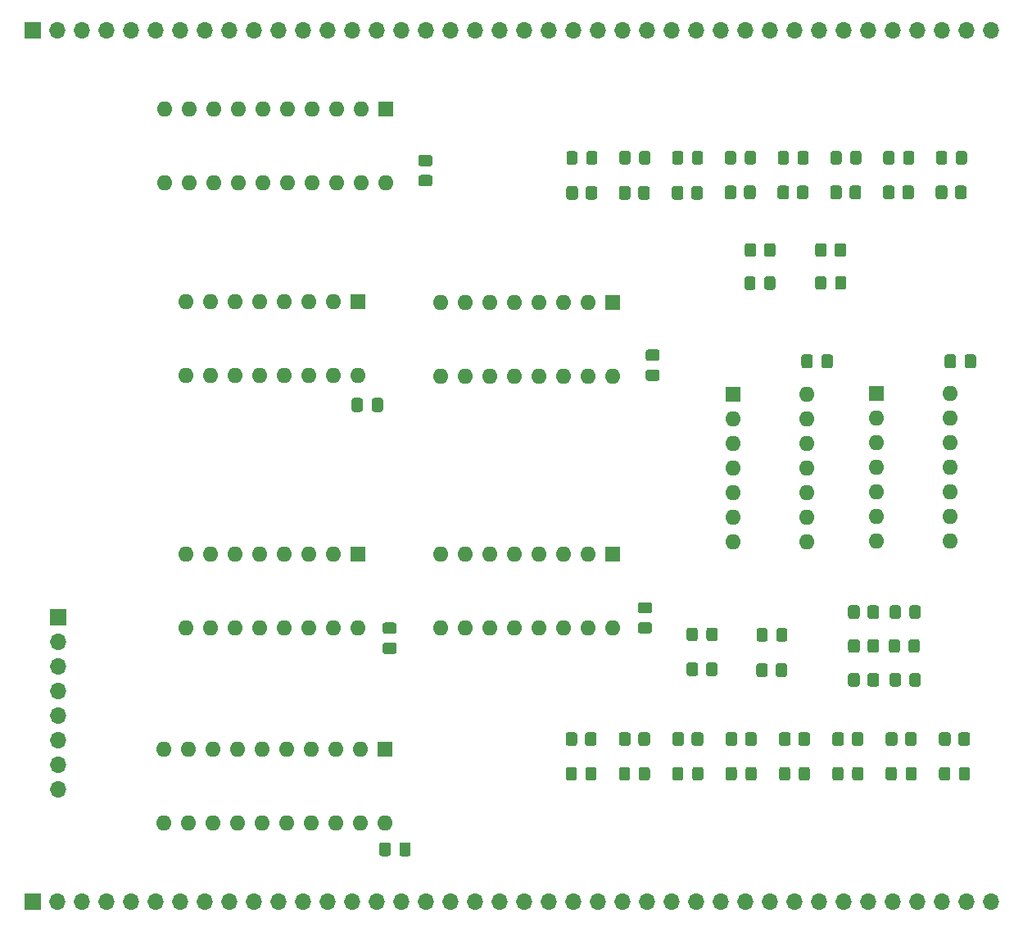
<source format=gts>
G04 #@! TF.GenerationSoftware,KiCad,Pcbnew,(5.1.9)-1*
G04 #@! TF.CreationDate,2022-01-17T22:46:32-05:00*
G04 #@! TF.ProjectId,pc-sp,70632d73-702e-46b6-9963-61645f706362,1.1*
G04 #@! TF.SameCoordinates,Original*
G04 #@! TF.FileFunction,Soldermask,Top*
G04 #@! TF.FilePolarity,Negative*
%FSLAX46Y46*%
G04 Gerber Fmt 4.6, Leading zero omitted, Abs format (unit mm)*
G04 Created by KiCad (PCBNEW (5.1.9)-1) date 2022-01-17 22:46:32*
%MOMM*%
%LPD*%
G01*
G04 APERTURE LIST*
%ADD10O,1.600000X1.600000*%
%ADD11R,1.600000X1.600000*%
%ADD12O,1.700000X1.700000*%
%ADD13R,1.700000X1.700000*%
G04 APERTURE END LIST*
G36*
G01*
X172700000Y-106550001D02*
X172700000Y-105649999D01*
G75*
G02*
X172949999Y-105400000I249999J0D01*
G01*
X173650001Y-105400000D01*
G75*
G02*
X173900000Y-105649999I0J-249999D01*
G01*
X173900000Y-106550001D01*
G75*
G02*
X173650001Y-106800000I-249999J0D01*
G01*
X172949999Y-106800000D01*
G75*
G02*
X172700000Y-106550001I0J249999D01*
G01*
G37*
G36*
G01*
X170700000Y-106550001D02*
X170700000Y-105649999D01*
G75*
G02*
X170949999Y-105400000I249999J0D01*
G01*
X171650001Y-105400000D01*
G75*
G02*
X171900000Y-105649999I0J-249999D01*
G01*
X171900000Y-106550001D01*
G75*
G02*
X171650001Y-106800000I-249999J0D01*
G01*
X170949999Y-106800000D01*
G75*
G02*
X170700000Y-106550001I0J249999D01*
G01*
G37*
G36*
G01*
X172700000Y-110050001D02*
X172700000Y-109149999D01*
G75*
G02*
X172949999Y-108900000I249999J0D01*
G01*
X173650001Y-108900000D01*
G75*
G02*
X173900000Y-109149999I0J-249999D01*
G01*
X173900000Y-110050001D01*
G75*
G02*
X173650001Y-110300000I-249999J0D01*
G01*
X172949999Y-110300000D01*
G75*
G02*
X172700000Y-110050001I0J249999D01*
G01*
G37*
G36*
G01*
X170700000Y-110050001D02*
X170700000Y-109149999D01*
G75*
G02*
X170949999Y-108900000I249999J0D01*
G01*
X171650001Y-108900000D01*
G75*
G02*
X171900000Y-109149999I0J-249999D01*
G01*
X171900000Y-110050001D01*
G75*
G02*
X171650001Y-110300000I-249999J0D01*
G01*
X170949999Y-110300000D01*
G75*
G02*
X170700000Y-110050001I0J249999D01*
G01*
G37*
G36*
G01*
X172700000Y-113550001D02*
X172700000Y-112649999D01*
G75*
G02*
X172949999Y-112400000I249999J0D01*
G01*
X173650001Y-112400000D01*
G75*
G02*
X173900000Y-112649999I0J-249999D01*
G01*
X173900000Y-113550001D01*
G75*
G02*
X173650001Y-113800000I-249999J0D01*
G01*
X172949999Y-113800000D01*
G75*
G02*
X172700000Y-113550001I0J249999D01*
G01*
G37*
G36*
G01*
X170700000Y-113550001D02*
X170700000Y-112649999D01*
G75*
G02*
X170949999Y-112400000I249999J0D01*
G01*
X171650001Y-112400000D01*
G75*
G02*
X171900000Y-112649999I0J-249999D01*
G01*
X171900000Y-113550001D01*
G75*
G02*
X171650001Y-113800000I-249999J0D01*
G01*
X170949999Y-113800000D01*
G75*
G02*
X170700000Y-113550001I0J249999D01*
G01*
G37*
G36*
G01*
X176150000Y-105649999D02*
X176150000Y-106550001D01*
G75*
G02*
X175900001Y-106800000I-249999J0D01*
G01*
X175249999Y-106800000D01*
G75*
G02*
X175000000Y-106550001I0J249999D01*
G01*
X175000000Y-105649999D01*
G75*
G02*
X175249999Y-105400000I249999J0D01*
G01*
X175900001Y-105400000D01*
G75*
G02*
X176150000Y-105649999I0J-249999D01*
G01*
G37*
G36*
G01*
X178200000Y-105649999D02*
X178200000Y-106550001D01*
G75*
G02*
X177950001Y-106800000I-249999J0D01*
G01*
X177299999Y-106800000D01*
G75*
G02*
X177050000Y-106550001I0J249999D01*
G01*
X177050000Y-105649999D01*
G75*
G02*
X177299999Y-105400000I249999J0D01*
G01*
X177950001Y-105400000D01*
G75*
G02*
X178200000Y-105649999I0J-249999D01*
G01*
G37*
G36*
G01*
X176050000Y-109149999D02*
X176050000Y-110050001D01*
G75*
G02*
X175800001Y-110300000I-249999J0D01*
G01*
X175149999Y-110300000D01*
G75*
G02*
X174900000Y-110050001I0J249999D01*
G01*
X174900000Y-109149999D01*
G75*
G02*
X175149999Y-108900000I249999J0D01*
G01*
X175800001Y-108900000D01*
G75*
G02*
X176050000Y-109149999I0J-249999D01*
G01*
G37*
G36*
G01*
X178100000Y-109149999D02*
X178100000Y-110050001D01*
G75*
G02*
X177850001Y-110300000I-249999J0D01*
G01*
X177199999Y-110300000D01*
G75*
G02*
X176950000Y-110050001I0J249999D01*
G01*
X176950000Y-109149999D01*
G75*
G02*
X177199999Y-108900000I249999J0D01*
G01*
X177850001Y-108900000D01*
G75*
G02*
X178100000Y-109149999I0J-249999D01*
G01*
G37*
G36*
G01*
X176150000Y-112649999D02*
X176150000Y-113550001D01*
G75*
G02*
X175900001Y-113800000I-249999J0D01*
G01*
X175249999Y-113800000D01*
G75*
G02*
X175000000Y-113550001I0J249999D01*
G01*
X175000000Y-112649999D01*
G75*
G02*
X175249999Y-112400000I249999J0D01*
G01*
X175900001Y-112400000D01*
G75*
G02*
X176150000Y-112649999I0J-249999D01*
G01*
G37*
G36*
G01*
X178200000Y-112649999D02*
X178200000Y-113550001D01*
G75*
G02*
X177950001Y-113800000I-249999J0D01*
G01*
X177299999Y-113800000D01*
G75*
G02*
X177050000Y-113550001I0J249999D01*
G01*
X177050000Y-112649999D01*
G75*
G02*
X177299999Y-112400000I249999J0D01*
G01*
X177950001Y-112400000D01*
G75*
G02*
X178200000Y-112649999I0J-249999D01*
G01*
G37*
D10*
X120000000Y-81620000D03*
X102220000Y-74000000D03*
X117460000Y-81620000D03*
X104760000Y-74000000D03*
X114920000Y-81620000D03*
X107300000Y-74000000D03*
X112380000Y-81620000D03*
X109840000Y-74000000D03*
X109840000Y-81620000D03*
X112380000Y-74000000D03*
X107300000Y-81620000D03*
X114920000Y-74000000D03*
X104760000Y-81620000D03*
X117460000Y-74000000D03*
X102220000Y-81620000D03*
D11*
X120000000Y-74000000D03*
D10*
X146400000Y-81710000D03*
X128620000Y-74090000D03*
X143860000Y-81710000D03*
X131160000Y-74090000D03*
X141320000Y-81710000D03*
X133700000Y-74090000D03*
X138780000Y-81710000D03*
X136240000Y-74090000D03*
X136240000Y-81710000D03*
X138780000Y-74090000D03*
X133700000Y-81710000D03*
X141320000Y-74090000D03*
X131160000Y-81710000D03*
X143860000Y-74090000D03*
X128620000Y-81710000D03*
D11*
X146400000Y-74090000D03*
D12*
X89000000Y-124380000D03*
X89000000Y-121840000D03*
X89000000Y-119300000D03*
X89000000Y-116760000D03*
X89000000Y-114220000D03*
X89000000Y-111680000D03*
X89000000Y-109140000D03*
D13*
X89000000Y-106600000D03*
D10*
X166420000Y-83600000D03*
X158800000Y-98840000D03*
X166420000Y-86140000D03*
X158800000Y-96300000D03*
X166420000Y-88680000D03*
X158800000Y-93760000D03*
X166420000Y-91220000D03*
X158800000Y-91220000D03*
X166420000Y-93760000D03*
X158800000Y-88680000D03*
X166420000Y-96300000D03*
X158800000Y-86140000D03*
X166420000Y-98840000D03*
D11*
X158800000Y-83600000D03*
D10*
X122860000Y-127870000D03*
X100000000Y-120250000D03*
X120320000Y-127870000D03*
X102540000Y-120250000D03*
X117780000Y-127870000D03*
X105080000Y-120250000D03*
X115240000Y-127870000D03*
X107620000Y-120250000D03*
X112700000Y-127870000D03*
X110160000Y-120250000D03*
X110160000Y-127870000D03*
X112700000Y-120250000D03*
X107620000Y-127870000D03*
X115240000Y-120250000D03*
X105080000Y-127870000D03*
X117780000Y-120250000D03*
X102540000Y-127870000D03*
X120320000Y-120250000D03*
X100000000Y-127870000D03*
D11*
X122860000Y-120250000D03*
D10*
X181210000Y-83520000D03*
X173590000Y-98760000D03*
X181210000Y-86060000D03*
X173590000Y-96220000D03*
X181210000Y-88600000D03*
X173590000Y-93680000D03*
X181210000Y-91140000D03*
X173590000Y-91140000D03*
X181210000Y-93680000D03*
X173590000Y-88600000D03*
X181210000Y-96220000D03*
X173590000Y-86060000D03*
X181210000Y-98760000D03*
D11*
X173590000Y-83520000D03*
D10*
X120000000Y-107750000D03*
X102220000Y-100130000D03*
X117460000Y-107750000D03*
X104760000Y-100130000D03*
X114920000Y-107750000D03*
X107300000Y-100130000D03*
X112380000Y-107750000D03*
X109840000Y-100130000D03*
X109840000Y-107750000D03*
X112380000Y-100130000D03*
X107300000Y-107750000D03*
X114920000Y-100130000D03*
X104760000Y-107750000D03*
X117460000Y-100130000D03*
X102220000Y-107750000D03*
D11*
X120000000Y-100130000D03*
D10*
X146400000Y-107740000D03*
X128620000Y-100120000D03*
X143860000Y-107740000D03*
X131160000Y-100120000D03*
X141320000Y-107740000D03*
X133700000Y-100120000D03*
X138780000Y-107740000D03*
X136240000Y-100120000D03*
X136240000Y-107740000D03*
X138780000Y-100120000D03*
X133700000Y-107740000D03*
X141320000Y-100120000D03*
X131160000Y-107740000D03*
X143860000Y-100120000D03*
X128620000Y-107740000D03*
D11*
X146400000Y-100120000D03*
G36*
G01*
X181850000Y-79725000D02*
X181850000Y-80675000D01*
G75*
G02*
X181600000Y-80925000I-250000J0D01*
G01*
X180925000Y-80925000D01*
G75*
G02*
X180675000Y-80675000I0J250000D01*
G01*
X180675000Y-79725000D01*
G75*
G02*
X180925000Y-79475000I250000J0D01*
G01*
X181600000Y-79475000D01*
G75*
G02*
X181850000Y-79725000I0J-250000D01*
G01*
G37*
G36*
G01*
X183925000Y-79725000D02*
X183925000Y-80675000D01*
G75*
G02*
X183675000Y-80925000I-250000J0D01*
G01*
X183000000Y-80925000D01*
G75*
G02*
X182750000Y-80675000I0J250000D01*
G01*
X182750000Y-79725000D01*
G75*
G02*
X183000000Y-79475000I250000J0D01*
G01*
X183675000Y-79475000D01*
G75*
G02*
X183925000Y-79725000I0J-250000D01*
G01*
G37*
D10*
X122900000Y-61720000D03*
X100040000Y-54100000D03*
X120360000Y-61720000D03*
X102580000Y-54100000D03*
X117820000Y-61720000D03*
X105120000Y-54100000D03*
X115280000Y-61720000D03*
X107660000Y-54100000D03*
X112740000Y-61720000D03*
X110200000Y-54100000D03*
X110200000Y-61720000D03*
X112740000Y-54100000D03*
X107660000Y-61720000D03*
X115280000Y-54100000D03*
X105120000Y-61720000D03*
X117820000Y-54100000D03*
X102580000Y-61720000D03*
X120360000Y-54100000D03*
X100040000Y-61720000D03*
D11*
X122900000Y-54100000D03*
G36*
G01*
X156000000Y-112450001D02*
X156000000Y-111549999D01*
G75*
G02*
X156249999Y-111300000I249999J0D01*
G01*
X156950001Y-111300000D01*
G75*
G02*
X157200000Y-111549999I0J-249999D01*
G01*
X157200000Y-112450001D01*
G75*
G02*
X156950001Y-112700000I-249999J0D01*
G01*
X156249999Y-112700000D01*
G75*
G02*
X156000000Y-112450001I0J249999D01*
G01*
G37*
G36*
G01*
X154000000Y-112450001D02*
X154000000Y-111549999D01*
G75*
G02*
X154249999Y-111300000I249999J0D01*
G01*
X154950001Y-111300000D01*
G75*
G02*
X155200000Y-111549999I0J-249999D01*
G01*
X155200000Y-112450001D01*
G75*
G02*
X154950001Y-112700000I-249999J0D01*
G01*
X154249999Y-112700000D01*
G75*
G02*
X154000000Y-112450001I0J249999D01*
G01*
G37*
G36*
G01*
X163200000Y-112550001D02*
X163200000Y-111649999D01*
G75*
G02*
X163449999Y-111400000I249999J0D01*
G01*
X164150001Y-111400000D01*
G75*
G02*
X164400000Y-111649999I0J-249999D01*
G01*
X164400000Y-112550001D01*
G75*
G02*
X164150001Y-112800000I-249999J0D01*
G01*
X163449999Y-112800000D01*
G75*
G02*
X163200000Y-112550001I0J249999D01*
G01*
G37*
G36*
G01*
X161200000Y-112550001D02*
X161200000Y-111649999D01*
G75*
G02*
X161449999Y-111400000I249999J0D01*
G01*
X162150001Y-111400000D01*
G75*
G02*
X162400000Y-111649999I0J-249999D01*
G01*
X162400000Y-112550001D01*
G75*
G02*
X162150001Y-112800000I-249999J0D01*
G01*
X161449999Y-112800000D01*
G75*
G02*
X161200000Y-112550001I0J249999D01*
G01*
G37*
G36*
G01*
X169300000Y-69150001D02*
X169300000Y-68249999D01*
G75*
G02*
X169549999Y-68000000I249999J0D01*
G01*
X170250001Y-68000000D01*
G75*
G02*
X170500000Y-68249999I0J-249999D01*
G01*
X170500000Y-69150001D01*
G75*
G02*
X170250001Y-69400000I-249999J0D01*
G01*
X169549999Y-69400000D01*
G75*
G02*
X169300000Y-69150001I0J249999D01*
G01*
G37*
G36*
G01*
X167300000Y-69150001D02*
X167300000Y-68249999D01*
G75*
G02*
X167549999Y-68000000I249999J0D01*
G01*
X168250001Y-68000000D01*
G75*
G02*
X168500000Y-68249999I0J-249999D01*
G01*
X168500000Y-69150001D01*
G75*
G02*
X168250001Y-69400000I-249999J0D01*
G01*
X167549999Y-69400000D01*
G75*
G02*
X167300000Y-69150001I0J249999D01*
G01*
G37*
G36*
G01*
X143570000Y-63250001D02*
X143570000Y-62349999D01*
G75*
G02*
X143819999Y-62100000I249999J0D01*
G01*
X144520001Y-62100000D01*
G75*
G02*
X144770000Y-62349999I0J-249999D01*
G01*
X144770000Y-63250001D01*
G75*
G02*
X144520001Y-63500000I-249999J0D01*
G01*
X143819999Y-63500000D01*
G75*
G02*
X143570000Y-63250001I0J249999D01*
G01*
G37*
G36*
G01*
X141570000Y-63250001D02*
X141570000Y-62349999D01*
G75*
G02*
X141819999Y-62100000I249999J0D01*
G01*
X142520001Y-62100000D01*
G75*
G02*
X142770000Y-62349999I0J-249999D01*
G01*
X142770000Y-63250001D01*
G75*
G02*
X142520001Y-63500000I-249999J0D01*
G01*
X141819999Y-63500000D01*
G75*
G02*
X141570000Y-63250001I0J249999D01*
G01*
G37*
G36*
G01*
X149000000Y-63250001D02*
X149000000Y-62349999D01*
G75*
G02*
X149249999Y-62100000I249999J0D01*
G01*
X149950001Y-62100000D01*
G75*
G02*
X150200000Y-62349999I0J-249999D01*
G01*
X150200000Y-63250001D01*
G75*
G02*
X149950001Y-63500000I-249999J0D01*
G01*
X149249999Y-63500000D01*
G75*
G02*
X149000000Y-63250001I0J249999D01*
G01*
G37*
G36*
G01*
X147000000Y-63250001D02*
X147000000Y-62349999D01*
G75*
G02*
X147249999Y-62100000I249999J0D01*
G01*
X147950001Y-62100000D01*
G75*
G02*
X148200000Y-62349999I0J-249999D01*
G01*
X148200000Y-63250001D01*
G75*
G02*
X147950001Y-63500000I-249999J0D01*
G01*
X147249999Y-63500000D01*
G75*
G02*
X147000000Y-63250001I0J249999D01*
G01*
G37*
G36*
G01*
X154481428Y-63250001D02*
X154481428Y-62349999D01*
G75*
G02*
X154731427Y-62100000I249999J0D01*
G01*
X155431429Y-62100000D01*
G75*
G02*
X155681428Y-62349999I0J-249999D01*
G01*
X155681428Y-63250001D01*
G75*
G02*
X155431429Y-63500000I-249999J0D01*
G01*
X154731427Y-63500000D01*
G75*
G02*
X154481428Y-63250001I0J249999D01*
G01*
G37*
G36*
G01*
X152481428Y-63250001D02*
X152481428Y-62349999D01*
G75*
G02*
X152731427Y-62100000I249999J0D01*
G01*
X153431429Y-62100000D01*
G75*
G02*
X153681428Y-62349999I0J-249999D01*
G01*
X153681428Y-63250001D01*
G75*
G02*
X153431429Y-63500000I-249999J0D01*
G01*
X152731427Y-63500000D01*
G75*
G02*
X152481428Y-63250001I0J249999D01*
G01*
G37*
G36*
G01*
X159937142Y-63200001D02*
X159937142Y-62299999D01*
G75*
G02*
X160187141Y-62050000I249999J0D01*
G01*
X160887143Y-62050000D01*
G75*
G02*
X161137142Y-62299999I0J-249999D01*
G01*
X161137142Y-63200001D01*
G75*
G02*
X160887143Y-63450000I-249999J0D01*
G01*
X160187141Y-63450000D01*
G75*
G02*
X159937142Y-63200001I0J249999D01*
G01*
G37*
G36*
G01*
X157937142Y-63200001D02*
X157937142Y-62299999D01*
G75*
G02*
X158187141Y-62050000I249999J0D01*
G01*
X158887143Y-62050000D01*
G75*
G02*
X159137142Y-62299999I0J-249999D01*
G01*
X159137142Y-63200001D01*
G75*
G02*
X158887143Y-63450000I-249999J0D01*
G01*
X158187141Y-63450000D01*
G75*
G02*
X157937142Y-63200001I0J249999D01*
G01*
G37*
G36*
G01*
X165392856Y-63200001D02*
X165392856Y-62299999D01*
G75*
G02*
X165642855Y-62050000I249999J0D01*
G01*
X166342857Y-62050000D01*
G75*
G02*
X166592856Y-62299999I0J-249999D01*
G01*
X166592856Y-63200001D01*
G75*
G02*
X166342857Y-63450000I-249999J0D01*
G01*
X165642855Y-63450000D01*
G75*
G02*
X165392856Y-63200001I0J249999D01*
G01*
G37*
G36*
G01*
X163392856Y-63200001D02*
X163392856Y-62299999D01*
G75*
G02*
X163642855Y-62050000I249999J0D01*
G01*
X164342857Y-62050000D01*
G75*
G02*
X164592856Y-62299999I0J-249999D01*
G01*
X164592856Y-63200001D01*
G75*
G02*
X164342857Y-63450000I-249999J0D01*
G01*
X163642855Y-63450000D01*
G75*
G02*
X163392856Y-63200001I0J249999D01*
G01*
G37*
G36*
G01*
X170848570Y-63200001D02*
X170848570Y-62299999D01*
G75*
G02*
X171098569Y-62050000I249999J0D01*
G01*
X171798571Y-62050000D01*
G75*
G02*
X172048570Y-62299999I0J-249999D01*
G01*
X172048570Y-63200001D01*
G75*
G02*
X171798571Y-63450000I-249999J0D01*
G01*
X171098569Y-63450000D01*
G75*
G02*
X170848570Y-63200001I0J249999D01*
G01*
G37*
G36*
G01*
X168848570Y-63200001D02*
X168848570Y-62299999D01*
G75*
G02*
X169098569Y-62050000I249999J0D01*
G01*
X169798571Y-62050000D01*
G75*
G02*
X170048570Y-62299999I0J-249999D01*
G01*
X170048570Y-63200001D01*
G75*
G02*
X169798571Y-63450000I-249999J0D01*
G01*
X169098569Y-63450000D01*
G75*
G02*
X168848570Y-63200001I0J249999D01*
G01*
G37*
G36*
G01*
X176304284Y-63200001D02*
X176304284Y-62299999D01*
G75*
G02*
X176554283Y-62050000I249999J0D01*
G01*
X177254285Y-62050000D01*
G75*
G02*
X177504284Y-62299999I0J-249999D01*
G01*
X177504284Y-63200001D01*
G75*
G02*
X177254285Y-63450000I-249999J0D01*
G01*
X176554283Y-63450000D01*
G75*
G02*
X176304284Y-63200001I0J249999D01*
G01*
G37*
G36*
G01*
X174304284Y-63200001D02*
X174304284Y-62299999D01*
G75*
G02*
X174554283Y-62050000I249999J0D01*
G01*
X175254285Y-62050000D01*
G75*
G02*
X175504284Y-62299999I0J-249999D01*
G01*
X175504284Y-63200001D01*
G75*
G02*
X175254285Y-63450000I-249999J0D01*
G01*
X174554283Y-63450000D01*
G75*
G02*
X174304284Y-63200001I0J249999D01*
G01*
G37*
G36*
G01*
X181760000Y-63200001D02*
X181760000Y-62299999D01*
G75*
G02*
X182009999Y-62050000I249999J0D01*
G01*
X182710001Y-62050000D01*
G75*
G02*
X182960000Y-62299999I0J-249999D01*
G01*
X182960000Y-63200001D01*
G75*
G02*
X182710001Y-63450000I-249999J0D01*
G01*
X182009999Y-63450000D01*
G75*
G02*
X181760000Y-63200001I0J249999D01*
G01*
G37*
G36*
G01*
X179760000Y-63200001D02*
X179760000Y-62299999D01*
G75*
G02*
X180009999Y-62050000I249999J0D01*
G01*
X180710001Y-62050000D01*
G75*
G02*
X180960000Y-62299999I0J-249999D01*
G01*
X180960000Y-63200001D01*
G75*
G02*
X180710001Y-63450000I-249999J0D01*
G01*
X180009999Y-63450000D01*
G75*
G02*
X179760000Y-63200001I0J249999D01*
G01*
G37*
G36*
G01*
X156055000Y-108850001D02*
X156055000Y-107949999D01*
G75*
G02*
X156304999Y-107700000I249999J0D01*
G01*
X156955001Y-107700000D01*
G75*
G02*
X157205000Y-107949999I0J-249999D01*
G01*
X157205000Y-108850001D01*
G75*
G02*
X156955001Y-109100000I-249999J0D01*
G01*
X156304999Y-109100000D01*
G75*
G02*
X156055000Y-108850001I0J249999D01*
G01*
G37*
G36*
G01*
X154005000Y-108850001D02*
X154005000Y-107949999D01*
G75*
G02*
X154254999Y-107700000I249999J0D01*
G01*
X154905001Y-107700000D01*
G75*
G02*
X155155000Y-107949999I0J-249999D01*
G01*
X155155000Y-108850001D01*
G75*
G02*
X154905001Y-109100000I-249999J0D01*
G01*
X154254999Y-109100000D01*
G75*
G02*
X154005000Y-108850001I0J249999D01*
G01*
G37*
G36*
G01*
X163280000Y-108910001D02*
X163280000Y-108009999D01*
G75*
G02*
X163529999Y-107760000I249999J0D01*
G01*
X164180001Y-107760000D01*
G75*
G02*
X164430000Y-108009999I0J-249999D01*
G01*
X164430000Y-108910001D01*
G75*
G02*
X164180001Y-109160000I-249999J0D01*
G01*
X163529999Y-109160000D01*
G75*
G02*
X163280000Y-108910001I0J249999D01*
G01*
G37*
G36*
G01*
X161230000Y-108910001D02*
X161230000Y-108009999D01*
G75*
G02*
X161479999Y-107760000I249999J0D01*
G01*
X162130001Y-107760000D01*
G75*
G02*
X162380000Y-108009999I0J-249999D01*
G01*
X162380000Y-108910001D01*
G75*
G02*
X162130001Y-109160000I-249999J0D01*
G01*
X161479999Y-109160000D01*
G75*
G02*
X161230000Y-108910001I0J249999D01*
G01*
G37*
G36*
G01*
X169350000Y-72550001D02*
X169350000Y-71649999D01*
G75*
G02*
X169599999Y-71400000I249999J0D01*
G01*
X170250001Y-71400000D01*
G75*
G02*
X170500000Y-71649999I0J-249999D01*
G01*
X170500000Y-72550001D01*
G75*
G02*
X170250001Y-72800000I-249999J0D01*
G01*
X169599999Y-72800000D01*
G75*
G02*
X169350000Y-72550001I0J249999D01*
G01*
G37*
G36*
G01*
X167300000Y-72550001D02*
X167300000Y-71649999D01*
G75*
G02*
X167549999Y-71400000I249999J0D01*
G01*
X168200001Y-71400000D01*
G75*
G02*
X168450000Y-71649999I0J-249999D01*
G01*
X168450000Y-72550001D01*
G75*
G02*
X168200001Y-72800000I-249999J0D01*
G01*
X167549999Y-72800000D01*
G75*
G02*
X167300000Y-72550001I0J249999D01*
G01*
G37*
G36*
G01*
X143630000Y-59640001D02*
X143630000Y-58739999D01*
G75*
G02*
X143879999Y-58490000I249999J0D01*
G01*
X144530001Y-58490000D01*
G75*
G02*
X144780000Y-58739999I0J-249999D01*
G01*
X144780000Y-59640001D01*
G75*
G02*
X144530001Y-59890000I-249999J0D01*
G01*
X143879999Y-59890000D01*
G75*
G02*
X143630000Y-59640001I0J249999D01*
G01*
G37*
G36*
G01*
X141580000Y-59640001D02*
X141580000Y-58739999D01*
G75*
G02*
X141829999Y-58490000I249999J0D01*
G01*
X142480001Y-58490000D01*
G75*
G02*
X142730000Y-58739999I0J-249999D01*
G01*
X142730000Y-59640001D01*
G75*
G02*
X142480001Y-59890000I-249999J0D01*
G01*
X141829999Y-59890000D01*
G75*
G02*
X141580000Y-59640001I0J249999D01*
G01*
G37*
G36*
G01*
X149105714Y-59620001D02*
X149105714Y-58719999D01*
G75*
G02*
X149355713Y-58470000I249999J0D01*
G01*
X150005715Y-58470000D01*
G75*
G02*
X150255714Y-58719999I0J-249999D01*
G01*
X150255714Y-59620001D01*
G75*
G02*
X150005715Y-59870000I-249999J0D01*
G01*
X149355713Y-59870000D01*
G75*
G02*
X149105714Y-59620001I0J249999D01*
G01*
G37*
G36*
G01*
X147055714Y-59620001D02*
X147055714Y-58719999D01*
G75*
G02*
X147305713Y-58470000I249999J0D01*
G01*
X147955715Y-58470000D01*
G75*
G02*
X148205714Y-58719999I0J-249999D01*
G01*
X148205714Y-59620001D01*
G75*
G02*
X147955715Y-59870000I-249999J0D01*
G01*
X147305713Y-59870000D01*
G75*
G02*
X147055714Y-59620001I0J249999D01*
G01*
G37*
G36*
G01*
X154561428Y-59620001D02*
X154561428Y-58719999D01*
G75*
G02*
X154811427Y-58470000I249999J0D01*
G01*
X155461429Y-58470000D01*
G75*
G02*
X155711428Y-58719999I0J-249999D01*
G01*
X155711428Y-59620001D01*
G75*
G02*
X155461429Y-59870000I-249999J0D01*
G01*
X154811427Y-59870000D01*
G75*
G02*
X154561428Y-59620001I0J249999D01*
G01*
G37*
G36*
G01*
X152511428Y-59620001D02*
X152511428Y-58719999D01*
G75*
G02*
X152761427Y-58470000I249999J0D01*
G01*
X153411429Y-58470000D01*
G75*
G02*
X153661428Y-58719999I0J-249999D01*
G01*
X153661428Y-59620001D01*
G75*
G02*
X153411429Y-59870000I-249999J0D01*
G01*
X152761427Y-59870000D01*
G75*
G02*
X152511428Y-59620001I0J249999D01*
G01*
G37*
G36*
G01*
X160017142Y-59620001D02*
X160017142Y-58719999D01*
G75*
G02*
X160267141Y-58470000I249999J0D01*
G01*
X160917143Y-58470000D01*
G75*
G02*
X161167142Y-58719999I0J-249999D01*
G01*
X161167142Y-59620001D01*
G75*
G02*
X160917143Y-59870000I-249999J0D01*
G01*
X160267141Y-59870000D01*
G75*
G02*
X160017142Y-59620001I0J249999D01*
G01*
G37*
G36*
G01*
X157967142Y-59620001D02*
X157967142Y-58719999D01*
G75*
G02*
X158217141Y-58470000I249999J0D01*
G01*
X158867143Y-58470000D01*
G75*
G02*
X159117142Y-58719999I0J-249999D01*
G01*
X159117142Y-59620001D01*
G75*
G02*
X158867143Y-59870000I-249999J0D01*
G01*
X158217141Y-59870000D01*
G75*
G02*
X157967142Y-59620001I0J249999D01*
G01*
G37*
G36*
G01*
X165472856Y-59620001D02*
X165472856Y-58719999D01*
G75*
G02*
X165722855Y-58470000I249999J0D01*
G01*
X166372857Y-58470000D01*
G75*
G02*
X166622856Y-58719999I0J-249999D01*
G01*
X166622856Y-59620001D01*
G75*
G02*
X166372857Y-59870000I-249999J0D01*
G01*
X165722855Y-59870000D01*
G75*
G02*
X165472856Y-59620001I0J249999D01*
G01*
G37*
G36*
G01*
X163422856Y-59620001D02*
X163422856Y-58719999D01*
G75*
G02*
X163672855Y-58470000I249999J0D01*
G01*
X164322857Y-58470000D01*
G75*
G02*
X164572856Y-58719999I0J-249999D01*
G01*
X164572856Y-59620001D01*
G75*
G02*
X164322857Y-59870000I-249999J0D01*
G01*
X163672855Y-59870000D01*
G75*
G02*
X163422856Y-59620001I0J249999D01*
G01*
G37*
G36*
G01*
X170928570Y-59620001D02*
X170928570Y-58719999D01*
G75*
G02*
X171178569Y-58470000I249999J0D01*
G01*
X171828571Y-58470000D01*
G75*
G02*
X172078570Y-58719999I0J-249999D01*
G01*
X172078570Y-59620001D01*
G75*
G02*
X171828571Y-59870000I-249999J0D01*
G01*
X171178569Y-59870000D01*
G75*
G02*
X170928570Y-59620001I0J249999D01*
G01*
G37*
G36*
G01*
X168878570Y-59620001D02*
X168878570Y-58719999D01*
G75*
G02*
X169128569Y-58470000I249999J0D01*
G01*
X169778571Y-58470000D01*
G75*
G02*
X170028570Y-58719999I0J-249999D01*
G01*
X170028570Y-59620001D01*
G75*
G02*
X169778571Y-59870000I-249999J0D01*
G01*
X169128569Y-59870000D01*
G75*
G02*
X168878570Y-59620001I0J249999D01*
G01*
G37*
G36*
G01*
X176384284Y-59620001D02*
X176384284Y-58719999D01*
G75*
G02*
X176634283Y-58470000I249999J0D01*
G01*
X177284285Y-58470000D01*
G75*
G02*
X177534284Y-58719999I0J-249999D01*
G01*
X177534284Y-59620001D01*
G75*
G02*
X177284285Y-59870000I-249999J0D01*
G01*
X176634283Y-59870000D01*
G75*
G02*
X176384284Y-59620001I0J249999D01*
G01*
G37*
G36*
G01*
X174334284Y-59620001D02*
X174334284Y-58719999D01*
G75*
G02*
X174584283Y-58470000I249999J0D01*
G01*
X175234285Y-58470000D01*
G75*
G02*
X175484284Y-58719999I0J-249999D01*
G01*
X175484284Y-59620001D01*
G75*
G02*
X175234285Y-59870000I-249999J0D01*
G01*
X174584283Y-59870000D01*
G75*
G02*
X174334284Y-59620001I0J249999D01*
G01*
G37*
G36*
G01*
X181840000Y-59620001D02*
X181840000Y-58719999D01*
G75*
G02*
X182089999Y-58470000I249999J0D01*
G01*
X182740001Y-58470000D01*
G75*
G02*
X182990000Y-58719999I0J-249999D01*
G01*
X182990000Y-59620001D01*
G75*
G02*
X182740001Y-59870000I-249999J0D01*
G01*
X182089999Y-59870000D01*
G75*
G02*
X181840000Y-59620001I0J249999D01*
G01*
G37*
G36*
G01*
X179790000Y-59620001D02*
X179790000Y-58719999D01*
G75*
G02*
X180039999Y-58470000I249999J0D01*
G01*
X180690001Y-58470000D01*
G75*
G02*
X180940000Y-58719999I0J-249999D01*
G01*
X180940000Y-59620001D01*
G75*
G02*
X180690001Y-59870000I-249999J0D01*
G01*
X180039999Y-59870000D01*
G75*
G02*
X179790000Y-59620001I0J249999D01*
G01*
G37*
G36*
G01*
X167050000Y-79725000D02*
X167050000Y-80675000D01*
G75*
G02*
X166800000Y-80925000I-250000J0D01*
G01*
X166125000Y-80925000D01*
G75*
G02*
X165875000Y-80675000I0J250000D01*
G01*
X165875000Y-79725000D01*
G75*
G02*
X166125000Y-79475000I250000J0D01*
G01*
X166800000Y-79475000D01*
G75*
G02*
X167050000Y-79725000I0J-250000D01*
G01*
G37*
G36*
G01*
X169125000Y-79725000D02*
X169125000Y-80675000D01*
G75*
G02*
X168875000Y-80925000I-250000J0D01*
G01*
X168200000Y-80925000D01*
G75*
G02*
X167950000Y-80675000I0J250000D01*
G01*
X167950000Y-79725000D01*
G75*
G02*
X168200000Y-79475000I250000J0D01*
G01*
X168875000Y-79475000D01*
G75*
G02*
X169125000Y-79725000I0J-250000D01*
G01*
G37*
G36*
G01*
X123775000Y-108350000D02*
X122825000Y-108350000D01*
G75*
G02*
X122575000Y-108100000I0J250000D01*
G01*
X122575000Y-107425000D01*
G75*
G02*
X122825000Y-107175000I250000J0D01*
G01*
X123775000Y-107175000D01*
G75*
G02*
X124025000Y-107425000I0J-250000D01*
G01*
X124025000Y-108100000D01*
G75*
G02*
X123775000Y-108350000I-250000J0D01*
G01*
G37*
G36*
G01*
X123775000Y-110425000D02*
X122825000Y-110425000D01*
G75*
G02*
X122575000Y-110175000I0J250000D01*
G01*
X122575000Y-109500000D01*
G75*
G02*
X122825000Y-109250000I250000J0D01*
G01*
X123775000Y-109250000D01*
G75*
G02*
X124025000Y-109500000I0J-250000D01*
G01*
X124025000Y-110175000D01*
G75*
G02*
X123775000Y-110425000I-250000J0D01*
G01*
G37*
G36*
G01*
X123412500Y-130125000D02*
X123412500Y-131075000D01*
G75*
G02*
X123162500Y-131325000I-250000J0D01*
G01*
X122487500Y-131325000D01*
G75*
G02*
X122237500Y-131075000I0J250000D01*
G01*
X122237500Y-130125000D01*
G75*
G02*
X122487500Y-129875000I250000J0D01*
G01*
X123162500Y-129875000D01*
G75*
G02*
X123412500Y-130125000I0J-250000D01*
G01*
G37*
G36*
G01*
X125487500Y-130125000D02*
X125487500Y-131075000D01*
G75*
G02*
X125237500Y-131325000I-250000J0D01*
G01*
X124562500Y-131325000D01*
G75*
G02*
X124312500Y-131075000I0J250000D01*
G01*
X124312500Y-130125000D01*
G75*
G02*
X124562500Y-129875000I250000J0D01*
G01*
X125237500Y-129875000D01*
G75*
G02*
X125487500Y-130125000I0J-250000D01*
G01*
G37*
G36*
G01*
X120550000Y-84225000D02*
X120550000Y-85175000D01*
G75*
G02*
X120300000Y-85425000I-250000J0D01*
G01*
X119625000Y-85425000D01*
G75*
G02*
X119375000Y-85175000I0J250000D01*
G01*
X119375000Y-84225000D01*
G75*
G02*
X119625000Y-83975000I250000J0D01*
G01*
X120300000Y-83975000D01*
G75*
G02*
X120550000Y-84225000I0J-250000D01*
G01*
G37*
G36*
G01*
X122625000Y-84225000D02*
X122625000Y-85175000D01*
G75*
G02*
X122375000Y-85425000I-250000J0D01*
G01*
X121700000Y-85425000D01*
G75*
G02*
X121450000Y-85175000I0J250000D01*
G01*
X121450000Y-84225000D01*
G75*
G02*
X121700000Y-83975000I250000J0D01*
G01*
X122375000Y-83975000D01*
G75*
G02*
X122625000Y-84225000I0J-250000D01*
G01*
G37*
G36*
G01*
X150025000Y-81050000D02*
X150975000Y-81050000D01*
G75*
G02*
X151225000Y-81300000I0J-250000D01*
G01*
X151225000Y-81975000D01*
G75*
G02*
X150975000Y-82225000I-250000J0D01*
G01*
X150025000Y-82225000D01*
G75*
G02*
X149775000Y-81975000I0J250000D01*
G01*
X149775000Y-81300000D01*
G75*
G02*
X150025000Y-81050000I250000J0D01*
G01*
G37*
G36*
G01*
X150025000Y-78975000D02*
X150975000Y-78975000D01*
G75*
G02*
X151225000Y-79225000I0J-250000D01*
G01*
X151225000Y-79900000D01*
G75*
G02*
X150975000Y-80150000I-250000J0D01*
G01*
X150025000Y-80150000D01*
G75*
G02*
X149775000Y-79900000I0J250000D01*
G01*
X149775000Y-79225000D01*
G75*
G02*
X150025000Y-78975000I250000J0D01*
G01*
G37*
G36*
G01*
X126525000Y-60950000D02*
X127475000Y-60950000D01*
G75*
G02*
X127725000Y-61200000I0J-250000D01*
G01*
X127725000Y-61875000D01*
G75*
G02*
X127475000Y-62125000I-250000J0D01*
G01*
X126525000Y-62125000D01*
G75*
G02*
X126275000Y-61875000I0J250000D01*
G01*
X126275000Y-61200000D01*
G75*
G02*
X126525000Y-60950000I250000J0D01*
G01*
G37*
G36*
G01*
X126525000Y-58875000D02*
X127475000Y-58875000D01*
G75*
G02*
X127725000Y-59125000I0J-250000D01*
G01*
X127725000Y-59800000D01*
G75*
G02*
X127475000Y-60050000I-250000J0D01*
G01*
X126525000Y-60050000D01*
G75*
G02*
X126275000Y-59800000I0J250000D01*
G01*
X126275000Y-59125000D01*
G75*
G02*
X126525000Y-58875000I250000J0D01*
G01*
G37*
G36*
G01*
X149225000Y-107150000D02*
X150175000Y-107150000D01*
G75*
G02*
X150425000Y-107400000I0J-250000D01*
G01*
X150425000Y-108075000D01*
G75*
G02*
X150175000Y-108325000I-250000J0D01*
G01*
X149225000Y-108325000D01*
G75*
G02*
X148975000Y-108075000I0J250000D01*
G01*
X148975000Y-107400000D01*
G75*
G02*
X149225000Y-107150000I250000J0D01*
G01*
G37*
G36*
G01*
X149225000Y-105075000D02*
X150175000Y-105075000D01*
G75*
G02*
X150425000Y-105325000I0J-250000D01*
G01*
X150425000Y-106000000D01*
G75*
G02*
X150175000Y-106250000I-250000J0D01*
G01*
X149225000Y-106250000D01*
G75*
G02*
X148975000Y-106000000I0J250000D01*
G01*
X148975000Y-105325000D01*
G75*
G02*
X149225000Y-105075000I250000J0D01*
G01*
G37*
G36*
G01*
X162000000Y-69150001D02*
X162000000Y-68249999D01*
G75*
G02*
X162249999Y-68000000I249999J0D01*
G01*
X162950001Y-68000000D01*
G75*
G02*
X163200000Y-68249999I0J-249999D01*
G01*
X163200000Y-69150001D01*
G75*
G02*
X162950001Y-69400000I-249999J0D01*
G01*
X162249999Y-69400000D01*
G75*
G02*
X162000000Y-69150001I0J249999D01*
G01*
G37*
G36*
G01*
X160000000Y-69150001D02*
X160000000Y-68249999D01*
G75*
G02*
X160249999Y-68000000I249999J0D01*
G01*
X160950001Y-68000000D01*
G75*
G02*
X161200000Y-68249999I0J-249999D01*
G01*
X161200000Y-69150001D01*
G75*
G02*
X160950001Y-69400000I-249999J0D01*
G01*
X160249999Y-69400000D01*
G75*
G02*
X160000000Y-69150001I0J249999D01*
G01*
G37*
G36*
G01*
X162030000Y-72570001D02*
X162030000Y-71669999D01*
G75*
G02*
X162279999Y-71420000I249999J0D01*
G01*
X162930001Y-71420000D01*
G75*
G02*
X163180000Y-71669999I0J-249999D01*
G01*
X163180000Y-72570001D01*
G75*
G02*
X162930001Y-72820000I-249999J0D01*
G01*
X162279999Y-72820000D01*
G75*
G02*
X162030000Y-72570001I0J249999D01*
G01*
G37*
G36*
G01*
X159980000Y-72570001D02*
X159980000Y-71669999D01*
G75*
G02*
X160229999Y-71420000I249999J0D01*
G01*
X160880001Y-71420000D01*
G75*
G02*
X161130000Y-71669999I0J-249999D01*
G01*
X161130000Y-72570001D01*
G75*
G02*
X160880001Y-72820000I-249999J0D01*
G01*
X160229999Y-72820000D01*
G75*
G02*
X159980000Y-72570001I0J249999D01*
G01*
G37*
G36*
G01*
X143500000Y-119660001D02*
X143500000Y-118759999D01*
G75*
G02*
X143749999Y-118510000I249999J0D01*
G01*
X144450001Y-118510000D01*
G75*
G02*
X144700000Y-118759999I0J-249999D01*
G01*
X144700000Y-119660001D01*
G75*
G02*
X144450001Y-119910000I-249999J0D01*
G01*
X143749999Y-119910000D01*
G75*
G02*
X143500000Y-119660001I0J249999D01*
G01*
G37*
G36*
G01*
X141500000Y-119660001D02*
X141500000Y-118759999D01*
G75*
G02*
X141749999Y-118510000I249999J0D01*
G01*
X142450001Y-118510000D01*
G75*
G02*
X142700000Y-118759999I0J-249999D01*
G01*
X142700000Y-119660001D01*
G75*
G02*
X142450001Y-119910000I-249999J0D01*
G01*
X141749999Y-119910000D01*
G75*
G02*
X141500000Y-119660001I0J249999D01*
G01*
G37*
G36*
G01*
X149014285Y-119660001D02*
X149014285Y-118759999D01*
G75*
G02*
X149264284Y-118510000I249999J0D01*
G01*
X149964286Y-118510000D01*
G75*
G02*
X150214285Y-118759999I0J-249999D01*
G01*
X150214285Y-119660001D01*
G75*
G02*
X149964286Y-119910000I-249999J0D01*
G01*
X149264284Y-119910000D01*
G75*
G02*
X149014285Y-119660001I0J249999D01*
G01*
G37*
G36*
G01*
X147014285Y-119660001D02*
X147014285Y-118759999D01*
G75*
G02*
X147264284Y-118510000I249999J0D01*
G01*
X147964286Y-118510000D01*
G75*
G02*
X148214285Y-118759999I0J-249999D01*
G01*
X148214285Y-119660001D01*
G75*
G02*
X147964286Y-119910000I-249999J0D01*
G01*
X147264284Y-119910000D01*
G75*
G02*
X147014285Y-119660001I0J249999D01*
G01*
G37*
G36*
G01*
X154528570Y-119660001D02*
X154528570Y-118759999D01*
G75*
G02*
X154778569Y-118510000I249999J0D01*
G01*
X155478571Y-118510000D01*
G75*
G02*
X155728570Y-118759999I0J-249999D01*
G01*
X155728570Y-119660001D01*
G75*
G02*
X155478571Y-119910000I-249999J0D01*
G01*
X154778569Y-119910000D01*
G75*
G02*
X154528570Y-119660001I0J249999D01*
G01*
G37*
G36*
G01*
X152528570Y-119660001D02*
X152528570Y-118759999D01*
G75*
G02*
X152778569Y-118510000I249999J0D01*
G01*
X153478571Y-118510000D01*
G75*
G02*
X153728570Y-118759999I0J-249999D01*
G01*
X153728570Y-119660001D01*
G75*
G02*
X153478571Y-119910000I-249999J0D01*
G01*
X152778569Y-119910000D01*
G75*
G02*
X152528570Y-119660001I0J249999D01*
G01*
G37*
G36*
G01*
X160042855Y-119660001D02*
X160042855Y-118759999D01*
G75*
G02*
X160292854Y-118510000I249999J0D01*
G01*
X160992856Y-118510000D01*
G75*
G02*
X161242855Y-118759999I0J-249999D01*
G01*
X161242855Y-119660001D01*
G75*
G02*
X160992856Y-119910000I-249999J0D01*
G01*
X160292854Y-119910000D01*
G75*
G02*
X160042855Y-119660001I0J249999D01*
G01*
G37*
G36*
G01*
X158042855Y-119660001D02*
X158042855Y-118759999D01*
G75*
G02*
X158292854Y-118510000I249999J0D01*
G01*
X158992856Y-118510000D01*
G75*
G02*
X159242855Y-118759999I0J-249999D01*
G01*
X159242855Y-119660001D01*
G75*
G02*
X158992856Y-119910000I-249999J0D01*
G01*
X158292854Y-119910000D01*
G75*
G02*
X158042855Y-119660001I0J249999D01*
G01*
G37*
G36*
G01*
X165557140Y-119660001D02*
X165557140Y-118759999D01*
G75*
G02*
X165807139Y-118510000I249999J0D01*
G01*
X166507141Y-118510000D01*
G75*
G02*
X166757140Y-118759999I0J-249999D01*
G01*
X166757140Y-119660001D01*
G75*
G02*
X166507141Y-119910000I-249999J0D01*
G01*
X165807139Y-119910000D01*
G75*
G02*
X165557140Y-119660001I0J249999D01*
G01*
G37*
G36*
G01*
X163557140Y-119660001D02*
X163557140Y-118759999D01*
G75*
G02*
X163807139Y-118510000I249999J0D01*
G01*
X164507141Y-118510000D01*
G75*
G02*
X164757140Y-118759999I0J-249999D01*
G01*
X164757140Y-119660001D01*
G75*
G02*
X164507141Y-119910000I-249999J0D01*
G01*
X163807139Y-119910000D01*
G75*
G02*
X163557140Y-119660001I0J249999D01*
G01*
G37*
G36*
G01*
X171071425Y-119660001D02*
X171071425Y-118759999D01*
G75*
G02*
X171321424Y-118510000I249999J0D01*
G01*
X172021426Y-118510000D01*
G75*
G02*
X172271425Y-118759999I0J-249999D01*
G01*
X172271425Y-119660001D01*
G75*
G02*
X172021426Y-119910000I-249999J0D01*
G01*
X171321424Y-119910000D01*
G75*
G02*
X171071425Y-119660001I0J249999D01*
G01*
G37*
G36*
G01*
X169071425Y-119660001D02*
X169071425Y-118759999D01*
G75*
G02*
X169321424Y-118510000I249999J0D01*
G01*
X170021426Y-118510000D01*
G75*
G02*
X170271425Y-118759999I0J-249999D01*
G01*
X170271425Y-119660001D01*
G75*
G02*
X170021426Y-119910000I-249999J0D01*
G01*
X169321424Y-119910000D01*
G75*
G02*
X169071425Y-119660001I0J249999D01*
G01*
G37*
G36*
G01*
X176585710Y-119660001D02*
X176585710Y-118759999D01*
G75*
G02*
X176835709Y-118510000I249999J0D01*
G01*
X177535711Y-118510000D01*
G75*
G02*
X177785710Y-118759999I0J-249999D01*
G01*
X177785710Y-119660001D01*
G75*
G02*
X177535711Y-119910000I-249999J0D01*
G01*
X176835709Y-119910000D01*
G75*
G02*
X176585710Y-119660001I0J249999D01*
G01*
G37*
G36*
G01*
X174585710Y-119660001D02*
X174585710Y-118759999D01*
G75*
G02*
X174835709Y-118510000I249999J0D01*
G01*
X175535711Y-118510000D01*
G75*
G02*
X175785710Y-118759999I0J-249999D01*
G01*
X175785710Y-119660001D01*
G75*
G02*
X175535711Y-119910000I-249999J0D01*
G01*
X174835709Y-119910000D01*
G75*
G02*
X174585710Y-119660001I0J249999D01*
G01*
G37*
G36*
G01*
X182100000Y-119660001D02*
X182100000Y-118759999D01*
G75*
G02*
X182349999Y-118510000I249999J0D01*
G01*
X183050001Y-118510000D01*
G75*
G02*
X183300000Y-118759999I0J-249999D01*
G01*
X183300000Y-119660001D01*
G75*
G02*
X183050001Y-119910000I-249999J0D01*
G01*
X182349999Y-119910000D01*
G75*
G02*
X182100000Y-119660001I0J249999D01*
G01*
G37*
G36*
G01*
X180100000Y-119660001D02*
X180100000Y-118759999D01*
G75*
G02*
X180349999Y-118510000I249999J0D01*
G01*
X181050001Y-118510000D01*
G75*
G02*
X181300000Y-118759999I0J-249999D01*
G01*
X181300000Y-119660001D01*
G75*
G02*
X181050001Y-119910000I-249999J0D01*
G01*
X180349999Y-119910000D01*
G75*
G02*
X180100000Y-119660001I0J249999D01*
G01*
G37*
G36*
G01*
X143550000Y-123250001D02*
X143550000Y-122349999D01*
G75*
G02*
X143799999Y-122100000I249999J0D01*
G01*
X144450001Y-122100000D01*
G75*
G02*
X144700000Y-122349999I0J-249999D01*
G01*
X144700000Y-123250001D01*
G75*
G02*
X144450001Y-123500000I-249999J0D01*
G01*
X143799999Y-123500000D01*
G75*
G02*
X143550000Y-123250001I0J249999D01*
G01*
G37*
G36*
G01*
X141500000Y-123250001D02*
X141500000Y-122349999D01*
G75*
G02*
X141749999Y-122100000I249999J0D01*
G01*
X142400001Y-122100000D01*
G75*
G02*
X142650000Y-122349999I0J-249999D01*
G01*
X142650000Y-123250001D01*
G75*
G02*
X142400001Y-123500000I-249999J0D01*
G01*
X141749999Y-123500000D01*
G75*
G02*
X141500000Y-123250001I0J249999D01*
G01*
G37*
G36*
G01*
X149064285Y-123250001D02*
X149064285Y-122349999D01*
G75*
G02*
X149314284Y-122100000I249999J0D01*
G01*
X149964286Y-122100000D01*
G75*
G02*
X150214285Y-122349999I0J-249999D01*
G01*
X150214285Y-123250001D01*
G75*
G02*
X149964286Y-123500000I-249999J0D01*
G01*
X149314284Y-123500000D01*
G75*
G02*
X149064285Y-123250001I0J249999D01*
G01*
G37*
G36*
G01*
X147014285Y-123250001D02*
X147014285Y-122349999D01*
G75*
G02*
X147264284Y-122100000I249999J0D01*
G01*
X147914286Y-122100000D01*
G75*
G02*
X148164285Y-122349999I0J-249999D01*
G01*
X148164285Y-123250001D01*
G75*
G02*
X147914286Y-123500000I-249999J0D01*
G01*
X147264284Y-123500000D01*
G75*
G02*
X147014285Y-123250001I0J249999D01*
G01*
G37*
G36*
G01*
X154578570Y-123250001D02*
X154578570Y-122349999D01*
G75*
G02*
X154828569Y-122100000I249999J0D01*
G01*
X155478571Y-122100000D01*
G75*
G02*
X155728570Y-122349999I0J-249999D01*
G01*
X155728570Y-123250001D01*
G75*
G02*
X155478571Y-123500000I-249999J0D01*
G01*
X154828569Y-123500000D01*
G75*
G02*
X154578570Y-123250001I0J249999D01*
G01*
G37*
G36*
G01*
X152528570Y-123250001D02*
X152528570Y-122349999D01*
G75*
G02*
X152778569Y-122100000I249999J0D01*
G01*
X153428571Y-122100000D01*
G75*
G02*
X153678570Y-122349999I0J-249999D01*
G01*
X153678570Y-123250001D01*
G75*
G02*
X153428571Y-123500000I-249999J0D01*
G01*
X152778569Y-123500000D01*
G75*
G02*
X152528570Y-123250001I0J249999D01*
G01*
G37*
G36*
G01*
X160092855Y-123250001D02*
X160092855Y-122349999D01*
G75*
G02*
X160342854Y-122100000I249999J0D01*
G01*
X160992856Y-122100000D01*
G75*
G02*
X161242855Y-122349999I0J-249999D01*
G01*
X161242855Y-123250001D01*
G75*
G02*
X160992856Y-123500000I-249999J0D01*
G01*
X160342854Y-123500000D01*
G75*
G02*
X160092855Y-123250001I0J249999D01*
G01*
G37*
G36*
G01*
X158042855Y-123250001D02*
X158042855Y-122349999D01*
G75*
G02*
X158292854Y-122100000I249999J0D01*
G01*
X158942856Y-122100000D01*
G75*
G02*
X159192855Y-122349999I0J-249999D01*
G01*
X159192855Y-123250001D01*
G75*
G02*
X158942856Y-123500000I-249999J0D01*
G01*
X158292854Y-123500000D01*
G75*
G02*
X158042855Y-123250001I0J249999D01*
G01*
G37*
G36*
G01*
X165607140Y-123250001D02*
X165607140Y-122349999D01*
G75*
G02*
X165857139Y-122100000I249999J0D01*
G01*
X166507141Y-122100000D01*
G75*
G02*
X166757140Y-122349999I0J-249999D01*
G01*
X166757140Y-123250001D01*
G75*
G02*
X166507141Y-123500000I-249999J0D01*
G01*
X165857139Y-123500000D01*
G75*
G02*
X165607140Y-123250001I0J249999D01*
G01*
G37*
G36*
G01*
X163557140Y-123250001D02*
X163557140Y-122349999D01*
G75*
G02*
X163807139Y-122100000I249999J0D01*
G01*
X164457141Y-122100000D01*
G75*
G02*
X164707140Y-122349999I0J-249999D01*
G01*
X164707140Y-123250001D01*
G75*
G02*
X164457141Y-123500000I-249999J0D01*
G01*
X163807139Y-123500000D01*
G75*
G02*
X163557140Y-123250001I0J249999D01*
G01*
G37*
G36*
G01*
X171121425Y-123250001D02*
X171121425Y-122349999D01*
G75*
G02*
X171371424Y-122100000I249999J0D01*
G01*
X172021426Y-122100000D01*
G75*
G02*
X172271425Y-122349999I0J-249999D01*
G01*
X172271425Y-123250001D01*
G75*
G02*
X172021426Y-123500000I-249999J0D01*
G01*
X171371424Y-123500000D01*
G75*
G02*
X171121425Y-123250001I0J249999D01*
G01*
G37*
G36*
G01*
X169071425Y-123250001D02*
X169071425Y-122349999D01*
G75*
G02*
X169321424Y-122100000I249999J0D01*
G01*
X169971426Y-122100000D01*
G75*
G02*
X170221425Y-122349999I0J-249999D01*
G01*
X170221425Y-123250001D01*
G75*
G02*
X169971426Y-123500000I-249999J0D01*
G01*
X169321424Y-123500000D01*
G75*
G02*
X169071425Y-123250001I0J249999D01*
G01*
G37*
G36*
G01*
X176635710Y-123250001D02*
X176635710Y-122349999D01*
G75*
G02*
X176885709Y-122100000I249999J0D01*
G01*
X177535711Y-122100000D01*
G75*
G02*
X177785710Y-122349999I0J-249999D01*
G01*
X177785710Y-123250001D01*
G75*
G02*
X177535711Y-123500000I-249999J0D01*
G01*
X176885709Y-123500000D01*
G75*
G02*
X176635710Y-123250001I0J249999D01*
G01*
G37*
G36*
G01*
X174585710Y-123250001D02*
X174585710Y-122349999D01*
G75*
G02*
X174835709Y-122100000I249999J0D01*
G01*
X175485711Y-122100000D01*
G75*
G02*
X175735710Y-122349999I0J-249999D01*
G01*
X175735710Y-123250001D01*
G75*
G02*
X175485711Y-123500000I-249999J0D01*
G01*
X174835709Y-123500000D01*
G75*
G02*
X174585710Y-123250001I0J249999D01*
G01*
G37*
G36*
G01*
X182150000Y-123250001D02*
X182150000Y-122349999D01*
G75*
G02*
X182399999Y-122100000I249999J0D01*
G01*
X183050001Y-122100000D01*
G75*
G02*
X183300000Y-122349999I0J-249999D01*
G01*
X183300000Y-123250001D01*
G75*
G02*
X183050001Y-123500000I-249999J0D01*
G01*
X182399999Y-123500000D01*
G75*
G02*
X182150000Y-123250001I0J249999D01*
G01*
G37*
G36*
G01*
X180100000Y-123250001D02*
X180100000Y-122349999D01*
G75*
G02*
X180349999Y-122100000I249999J0D01*
G01*
X181000001Y-122100000D01*
G75*
G02*
X181250000Y-122349999I0J-249999D01*
G01*
X181250000Y-123250001D01*
G75*
G02*
X181000001Y-123500000I-249999J0D01*
G01*
X180349999Y-123500000D01*
G75*
G02*
X180100000Y-123250001I0J249999D01*
G01*
G37*
D12*
X185460000Y-136000000D03*
X182920000Y-136000000D03*
X180380000Y-136000000D03*
X177840000Y-136000000D03*
X175300000Y-136000000D03*
X172760000Y-136000000D03*
X170220000Y-136000000D03*
X167680000Y-136000000D03*
X165140000Y-136000000D03*
X162600000Y-136000000D03*
X160060000Y-136000000D03*
X157520000Y-136000000D03*
X154980000Y-136000000D03*
X152440000Y-136000000D03*
X149900000Y-136000000D03*
X147360000Y-136000000D03*
X144820000Y-136000000D03*
X142280000Y-136000000D03*
X139740000Y-136000000D03*
X137200000Y-136000000D03*
X134660000Y-136000000D03*
X132120000Y-136000000D03*
X129580000Y-136000000D03*
X127040000Y-136000000D03*
X124500000Y-136000000D03*
X121960000Y-136000000D03*
X119420000Y-136000000D03*
X116880000Y-136000000D03*
X114340000Y-136000000D03*
X111800000Y-136000000D03*
X109260000Y-136000000D03*
X106720000Y-136000000D03*
X104180000Y-136000000D03*
X101640000Y-136000000D03*
X99100000Y-136000000D03*
X96560000Y-136000000D03*
X94020000Y-136000000D03*
X91480000Y-136000000D03*
X88940000Y-136000000D03*
D13*
X86400000Y-136000000D03*
D12*
X185460000Y-46000000D03*
X182920000Y-46000000D03*
X180380000Y-46000000D03*
X177840000Y-46000000D03*
X175300000Y-46000000D03*
X172760000Y-46000000D03*
X170220000Y-46000000D03*
X167680000Y-46000000D03*
X165140000Y-46000000D03*
X162600000Y-46000000D03*
X160060000Y-46000000D03*
X157520000Y-46000000D03*
X154980000Y-46000000D03*
X152440000Y-46000000D03*
X149900000Y-46000000D03*
X147360000Y-46000000D03*
X144820000Y-46000000D03*
X142280000Y-46000000D03*
X139740000Y-46000000D03*
X137200000Y-46000000D03*
X134660000Y-46000000D03*
X132120000Y-46000000D03*
X129580000Y-46000000D03*
X127040000Y-46000000D03*
X124500000Y-46000000D03*
X121960000Y-46000000D03*
X119420000Y-46000000D03*
X116880000Y-46000000D03*
X114340000Y-46000000D03*
X111800000Y-46000000D03*
X109260000Y-46000000D03*
X106720000Y-46000000D03*
X104180000Y-46000000D03*
X101640000Y-46000000D03*
X99100000Y-46000000D03*
X96560000Y-46000000D03*
X94020000Y-46000000D03*
X91480000Y-46000000D03*
X88940000Y-46000000D03*
D13*
X86400000Y-46000000D03*
M02*

</source>
